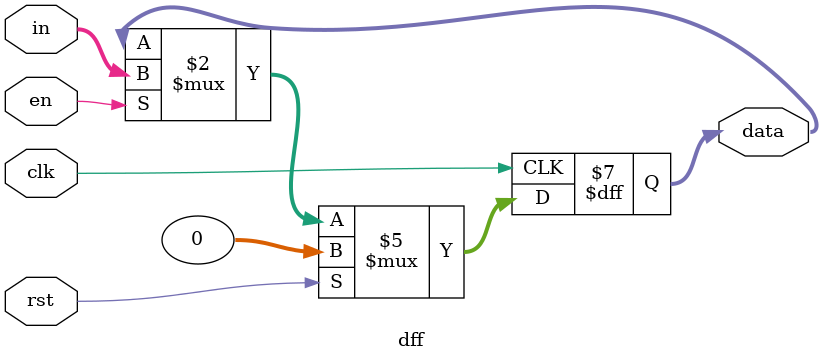
<source format=sv>
module loop1
  #(
    parameter W = 32
    )
   (
    input wire [W-1:0] ini,
    input wire [W-1:0] fin,
    output reg [W-1:0] data,
    input wire         clk,
    input wire         rst,
    input wire         start,
    input wire         en,
    output wire        next,
    output wire        last
   );

   reg              next0;
   reg              run;
   assign next = start | next0;
   assign last = (data==fin)&(run|start)&en;

   always @(posedge clk)begin
      next0 <= (run|start)&en&!last;
      if(rst)begin
         run <= 1'b0;
         data <= ini;
      end else if(start|run)begin
         if(last)begin
            if(en)begin
               data <= ini;
               run <= 1'b0;
            end
         end else begin
            run <= 1'b1;
            if(en)begin
               data <= data+1;
            end
         end
      end
   end

endmodule

module dff
  #(
    parameter W = 32
    )
   (
    input wire [W-1:0] in,
    output reg [W-1:0] data,
    input wire         clk,
    input wire         rst,
    input wire         en
   );

   always @(posedge clk)begin
      if(rst)begin
         data <= 'h0;
      end else if(en)begin
         data <= in;
      end
   end
endmodule

</source>
